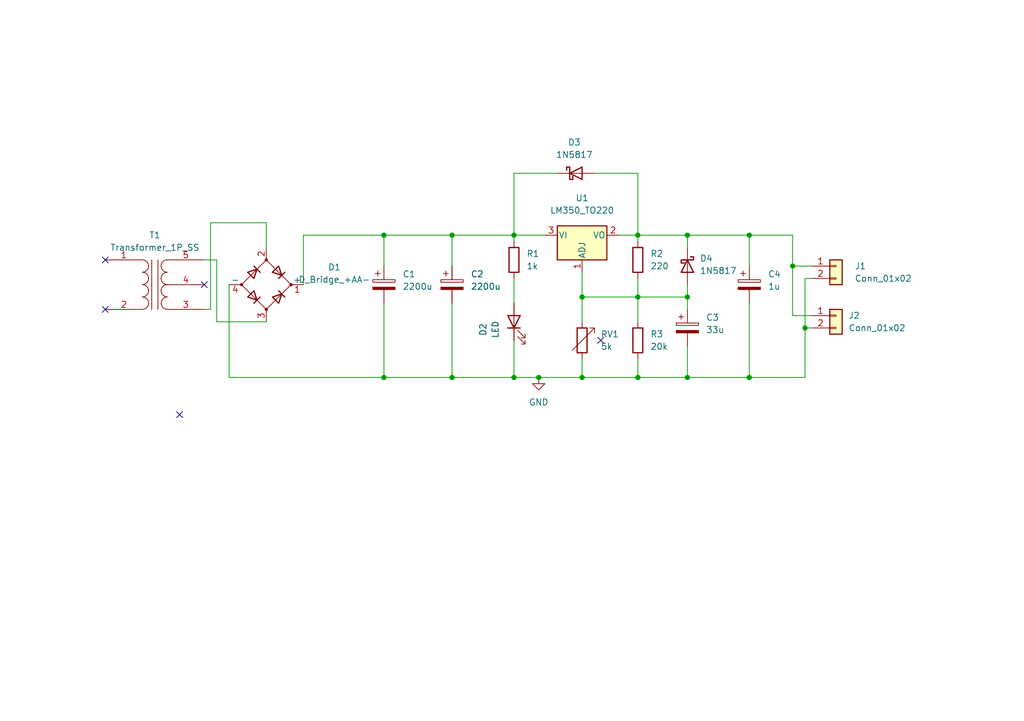
<source format=kicad_sch>
(kicad_sch (version 20211123) (generator eeschema)
  (paper "A5")
  (title_block (title "Fuente de alimentación") (date "2022-09-01") (rev "1.0") (company "Instituto Tecnológico de Costa Rica") (comment 1 "Prototipo de PCB"))
  (lib_symbols
    (symbol "Connector_Generic:Conn_01x02" (pin_names (offset 1.016) hide)
      (property "Reference" "J" (at 0 2.54 0))
      (property "Value" "Conn_01x02" (at 0 -5.08 0))
      (symbol "Conn_01x02_1_1"
        (rectangle (start -1.27 -2.413) (end 0 -2.667) (stroke (width 0.1524)))
        (rectangle (start -1.27 0.127) (end 0 -0.127) (stroke (width 0.1524)))
        (rectangle (start -1.27 1.27) (end 1.27 -3.81) (stroke (width 0.254)) (fill (type background)))
        (pin passive line (at -5.08 0 0) (length 3.81) (name "Pin_1") (number "1"))
        (pin passive line (at -5.08 -2.54 0) (length 3.81) (name "Pin_2") (number "2"))
      )
    )
    (symbol "Device:C_Polarized" (pin_numbers hide) (pin_names (offset 0.254))
      (property "Reference" "C" (at 0.635 2.54 0))
      (property "Value" "C_Polarized" (at 0.635 -2.54 0))
      (symbol "C_Polarized_0_1"
        (rectangle (start -2.286 0.508) (end 2.286 1.016))
        (polyline (pts (xy -1.778 2.286) (xy -0.762 2.286)))
        (polyline (pts (xy -1.27 2.794) (xy -1.27 1.778)))
        (rectangle (start 2.286 -0.508) (end -2.286 -1.016) (fill (type outline)))
      )
      (symbol "C_Polarized_1_1"
        (pin passive line (at 0 3.81 270) (length 2.794) (name "~") (number "1"))
        (pin passive line (at 0 -3.81 90) (length 2.794) (name "~") (number "2"))
      )
    )
    (symbol "Device:D_Bridge_+AA-" (pin_names (offset 0))
      (property "Reference" "D" (at 2.54 6.985 0))
      (property "Value" "D_Bridge_+AA-" (at 2.54 5.08 0))
      (symbol "D_Bridge_+AA-_0_1"
        (circle (center -5.08 0) (radius 0.254) (fill (type outline)))
        (circle (center 0 -5.08) (radius 0.254) (fill (type outline)))
        (polyline (pts (xy -2.54 3.81) (xy -1.27 2.54)) (stroke (width 0.254)))
        (polyline (pts (xy -1.27 -2.54) (xy -2.54 -3.81)) (stroke (width 0.254)))
        (polyline (pts (xy 2.54 -1.27) (xy 3.81 -2.54)) (stroke (width 0.254)))
        (polyline (pts (xy 2.54 1.27) (xy 3.81 2.54)) (stroke (width 0.254)))
        (polyline (pts (xy -3.81 2.54) (xy -2.54 1.27) (xy -1.905 3.175) (xy -3.81 2.54)) (stroke (width 0.254)))
        (polyline (pts (xy -2.54 -1.27) (xy -3.81 -2.54) (xy -1.905 -3.175) (xy -2.54 -1.27)) (stroke (width 0.254)))
        (polyline (pts (xy 1.27 2.54) (xy 2.54 3.81) (xy 3.175 1.905) (xy 1.27 2.54)) (stroke (width 0.254)))
        (polyline (pts (xy 3.175 -1.905) (xy 1.27 -2.54) (xy 2.54 -3.81) (xy 3.175 -1.905)) (stroke (width 0.254)))
        (polyline (pts (xy -5.08 0) (xy 0 -5.08) (xy 5.08 0) (xy 0 5.08) (xy -5.08 0)))
        (circle (center 0 5.08) (radius 0.254) (fill (type outline)))
        (circle (center 5.08 0) (radius 0.254) (fill (type outline)))
      )
      (symbol "D_Bridge_+AA-_1_1"
        (pin passive line (at 7.62 0 180) (length 2.54) (name "+") (number "1"))
        (pin passive line (at 0 7.62 270) (length 2.54) (name "~") (number "2"))
        (pin passive line (at 0 -7.62 90) (length 2.54) (name "~") (number "3"))
        (pin passive line (at -7.62 0 0) (length 2.54) (name "-") (number "4"))
      )
    )
    (symbol "Device:LED" (pin_numbers hide) (pin_names (offset 1.016) hide)
      (property "Reference" "D" (at 0 2.54 0))
      (property "Value" "LED" (at 0 -2.54 0))
      (symbol "LED_0_1"
        (polyline (pts (xy -1.27 -1.27) (xy -1.27 1.27)) (stroke (width 0.254)))
        (polyline (pts (xy -1.27 0) (xy 1.27 0)))
        (polyline (pts (xy 1.27 -1.27) (xy 1.27 1.27) (xy -1.27 0) (xy 1.27 -1.27)) (stroke (width 0.254)))
        (polyline (pts (xy -3.048 -0.762) (xy -4.572 -2.286) (xy -3.81 -2.286) (xy -4.572 -2.286) (xy -4.572 -1.524)))
        (polyline (pts (xy -1.778 -0.762) (xy -3.302 -2.286) (xy -2.54 -2.286) (xy -3.302 -2.286) (xy -3.302 -1.524)))
      )
      (symbol "LED_1_1"
        (pin passive line (at -3.81 0 0) (length 2.54) (name "K") (number "1"))
        (pin passive line (at 3.81 0 180) (length 2.54) (name "A") (number "2"))
      )
    )
    (symbol "Device:R" (pin_numbers hide) (pin_names (offset 0))
      (property "Reference" "R" (at 2.032 0 90))
      (property "Value" "R" (at 0 0 90))
      (symbol "R_0_1"
        (rectangle (start -1.016 -2.54) (end 1.016 2.54) (stroke (width 0.254)))
      )
      (symbol "R_1_1"
        (pin passive line (at 0 3.81 270) (length 1.27) (name "~") (number "1"))
        (pin passive line (at 0 -3.81 90) (length 1.27) (name "~") (number "2"))
      )
    )
    (symbol "Device:R_Variable" (pin_numbers hide) (pin_names (offset 0))
      (property "Reference" "R" (at 2.54 -2.54 90))
      (property "Value" "R_Variable" (at -2.54 -1.27 90))
      (symbol "R_Variable_0_1"
        (rectangle (start -1.016 -2.54) (end 1.016 2.54) (stroke (width 0.254)))
        (polyline (pts (xy 2.54 1.524) (xy 2.54 2.54) (xy 1.524 2.54) (xy 2.54 2.54) (xy -2.032 -2.032)))
      )
      (symbol "R_Variable_1_1"
        (pin passive line (at 0 3.81 270) (length 1.27) (name "~") (number "1"))
        (pin passive line (at 0 -3.81 90) (length 1.27) (name "~") (number "2"))
      )
    )
    (symbol "Device:Transformer_1P_SS" (pin_names (offset 1.016) hide)
      (property "Reference" "T" (at 0 6.35 0))
      (property "Value" "Transformer_1P_SS" (at 0 -7.62 0))
      (symbol "Transformer_1P_SS_0_1"
        (arc (start -2.54 -5.0546) (mid -1.6561 -4.6863) (end -1.27 -3.81))
        (arc (start -2.54 -2.5146) (mid -1.6561 -2.1463) (end -1.27 -1.27))
        (arc (start -2.54 0.0254) (mid -1.6561 0.3937) (end -1.27 1.27))
        (arc (start -2.54 2.5654) (mid -1.6561 2.9337) (end -1.27 3.81))
        (arc (start -1.27 -3.81) (mid -1.642 -2.912) (end -2.54 -2.54))
        (arc (start -1.27 -1.27) (mid -1.642 -0.372) (end -2.54 0))
        (arc (start -1.27 1.27) (mid -1.642 2.168) (end -2.54 2.54))
        (arc (start -1.27 3.81) (mid -1.642 4.708) (end -2.54 5.08))
        (polyline (pts (xy -0.635 5.08) (xy -0.635 -5.08)))
        (polyline (pts (xy 0.635 -5.08) (xy 0.635 5.08)))
        (arc (start 1.2954 -1.27) (mid 1.6599 -2.1501) (end 2.54 -2.5146))
        (arc (start 1.2954 1.27) (mid 1.6599 0.3899) (end 2.54 0.0254))
        (arc (start 1.2954 3.81) (mid 1.6599 2.9299) (end 2.54 2.5654))
        (arc (start 1.3208 -3.81) (mid 1.6853 -4.6901) (end 2.5654 -5.0546))
        (arc (start 2.54 0) (mid 1.6456 -0.3683) (end 1.2954 -1.27))
        (arc (start 2.54 2.54) (mid 1.6456 2.1717) (end 1.2954 1.27))
        (arc (start 2.54 5.08) (mid 1.6456 4.7117) (end 1.2954 3.81))
        (arc (start 2.5654 -2.54) (mid 1.671 -2.9083) (end 1.3208 -3.81))
      )
      (symbol "Transformer_1P_SS_1_1"
        (pin passive line (at -10.16 5.08 0) (length 7.62) (name "AA") (number "1"))
        (pin passive line (at -10.16 -5.08 0) (length 7.62) (name "AB") (number "2"))
        (pin passive line (at 10.16 -5.08 180) (length 7.62) (name "SA") (number "3"))
        (pin passive line (at 10.16 0 180) (length 7.62) (name "SC") (number "4"))
        (pin passive line (at 10.16 5.08 180) (length 7.62) (name "SB") (number "5"))
      )
    )
    (symbol "Diode:1N5817" (pin_numbers hide) (pin_names (offset 1.016) hide)
      (property "Reference" "D" (at 0 2.54 0))
      (property "Value" "1N5817" (at 0 -2.54 0))
      (symbol "1N5817_0_1"
        (polyline (pts (xy 1.27 0) (xy -1.27 0)))
        (polyline (pts (xy 1.27 1.27) (xy 1.27 -1.27) (xy -1.27 0) (xy 1.27 1.27)) (stroke (width 0.254)))
        (polyline (pts (xy -1.905 0.635) (xy -1.905 1.27) (xy -1.27 1.27) (xy -1.27 -1.27) (xy -0.635 -1.27) (xy -0.635 -0.635)) (stroke (width 0.254)))
      )
      (symbol "1N5817_1_1"
        (pin passive line (at -3.81 0 0) (length 2.54) (name "K") (number "1"))
        (pin passive line (at 3.81 0 180) (length 2.54) (name "A") (number "2"))
      )
    )
    (symbol "Regulator_Linear:LM350_TO220" (pin_names (offset 0.254))
      (property "Reference" "U" (at -3.81 3.175 0))
      (property "Value" "LM350_TO220" (at 0 3.175 0))
      (symbol "LM350_TO220_0_1"
        (rectangle (start -5.08 1.905) (end 5.08 -5.08) (stroke (width 0.254)) (fill (type background)))
      )
      (symbol "LM350_TO220_1_1"
        (pin input line (at 0 -7.62 90) (length 2.54) (name "ADJ") (number "1"))
        (pin power_out line (at 7.62 0 180) (length 2.54) (name "VO") (number "2"))
        (pin power_in line (at -7.62 0 0) (length 2.54) (name "VI") (number "3"))
      )
    )
    (symbol "power:GND" (power) (pin_names (offset 0))
      (property "Value" "GND" (at 0 -3.81 0))
      (symbol "GND_0_1"
        (polyline (pts (xy 0 0) (xy 0 -1.27) (xy 1.27 -1.27) (xy 0 -2.54) (xy -1.27 -1.27) (xy 0 -1.27)))
      )
      (symbol "GND_1_1"
        (pin power_in line (at 0 0 270) (length 0) hide (name "GND") (number "1"))
      )
    )
  )
  (junction (at 119.38 60.96))
  (junction (at 153.67 77.47))
  (junction (at 92.71 77.47))
  (junction (at 130.81 77.47))
  (junction (at 119.38 77.47))
  (junction (at 153.67 48.26))
  (junction (at 78.74 48.26))
  (junction (at 105.41 48.26))
  (junction (at 140.97 60.96))
  (junction (at 105.41 77.47))
  (junction (at 140.97 77.47))
  (junction (at 165.1 67.31))
  (junction (at 130.81 48.26))
  (junction (at 140.97 48.26))
  (junction (at 162.56 54.61))
  (junction (at 130.81 60.96))
  (junction (at 110.49 77.47))
  (junction (at 78.74 77.47))
  (junction (at 92.71 48.26))
  (no_connect (at 21.59 53.34))
  (no_connect (at 21.59 63.5))
  (no_connect (at 123.19 69.85))
  (no_connect (at 41.91 58.42))
  (no_connect (at 36.83 85.09))
  (wire (pts (xy 119.38 60.96) (xy 119.38 66.04)))
  (wire (pts (xy 165.1 57.15) (xy 165.1 67.31)))
  (wire (pts (xy 119.38 55.88) (xy 119.38 60.96)))
  (wire (pts (xy 130.81 48.26) (xy 140.97 48.26)))
  (wire (pts (xy 105.41 35.56) (xy 114.3 35.56)))
  (wire (pts (xy 140.97 58.42) (xy 140.97 60.96)))
  (wire (pts (xy 119.38 77.47) (xy 130.81 77.47)))
  (wire (pts (xy 153.67 77.47) (xy 165.1 77.47)))
  (wire (pts (xy 44.45 53.34) (xy 41.91 53.34)))
  (wire (pts (xy 119.38 73.66) (xy 119.38 77.47)))
  (wire (pts (xy 165.1 67.31) (xy 166.37 67.31)))
  (wire (pts (xy 153.67 48.26) (xy 153.67 54.61)))
  (wire (pts (xy 92.71 48.26) (xy 92.71 54.61)))
  (wire (pts (xy 130.81 57.15) (xy 130.81 60.96)))
  (wire (pts (xy 105.41 57.15) (xy 105.41 62.23)))
  (wire (pts (xy 166.37 57.15) (xy 165.1 57.15)))
  (wire (pts (xy 78.74 48.26) (xy 92.71 48.26)))
  (wire (pts (xy 62.23 58.42) (xy 62.23 48.26)))
  (wire (pts (xy 121.92 35.56) (xy 130.81 35.56)))
  (wire (pts (xy 43.18 63.5) (xy 41.91 63.5)))
  (wire (pts (xy 105.41 77.47) (xy 110.49 77.47)))
  (wire (pts (xy 130.81 73.66) (xy 130.81 77.47)))
  (wire (pts (xy 165.1 77.47) (xy 165.1 67.31)))
  (wire (pts (xy 140.97 77.47) (xy 153.67 77.47)))
  (wire (pts (xy 78.74 48.26) (xy 78.74 54.61)))
  (wire (pts (xy 140.97 60.96) (xy 140.97 63.5)))
  (wire (pts (xy 105.41 69.85) (xy 105.41 77.47)))
  (wire (pts (xy 140.97 71.12) (xy 140.97 77.47)))
  (wire (pts (xy 105.41 35.56) (xy 105.41 48.26)))
  (wire (pts (xy 92.71 62.23) (xy 92.71 77.47)))
  (wire (pts (xy 54.61 45.72) (xy 43.18 45.72)))
  (wire (pts (xy 46.99 77.47) (xy 78.74 77.47)))
  (wire (pts (xy 162.56 54.61) (xy 166.37 54.61)))
  (wire (pts (xy 130.81 77.47) (xy 140.97 77.47)))
  (wire (pts (xy 130.81 60.96) (xy 130.81 66.04)))
  (wire (pts (xy 92.71 48.26) (xy 105.41 48.26)))
  (wire (pts (xy 153.67 77.47) (xy 153.67 62.23)))
  (wire (pts (xy 110.49 77.47) (xy 119.38 77.47)))
  (wire (pts (xy 127 48.26) (xy 130.81 48.26)))
  (wire (pts (xy 44.45 66.04) (xy 44.45 53.34)))
  (wire (pts (xy 43.18 45.72) (xy 43.18 63.5)))
  (wire (pts (xy 105.41 48.26) (xy 105.41 49.53)))
  (wire (pts (xy 130.81 48.26) (xy 130.81 49.53)))
  (wire (pts (xy 162.56 48.26) (xy 153.67 48.26)))
  (wire (pts (xy 54.61 45.72) (xy 54.61 50.8)))
  (wire (pts (xy 78.74 62.23) (xy 78.74 77.47)))
  (wire (pts (xy 46.99 58.42) (xy 46.99 77.47)))
  (wire (pts (xy 130.81 60.96) (xy 140.97 60.96)))
  (wire (pts (xy 140.97 48.26) (xy 140.97 50.8)))
  (wire (pts (xy 166.37 64.77) (xy 162.56 64.77)))
  (wire (pts (xy 54.61 66.04) (xy 44.45 66.04)))
  (wire (pts (xy 130.81 35.56) (xy 130.81 48.26)))
  (wire (pts (xy 119.38 60.96) (xy 130.81 60.96)))
  (wire (pts (xy 162.56 48.26) (xy 162.56 54.61)))
  (wire (pts (xy 78.74 77.47) (xy 92.71 77.47)))
  (wire (pts (xy 62.23 48.26) (xy 78.74 48.26)))
  (wire (pts (xy 92.71 77.47) (xy 105.41 77.47)))
  (wire (pts (xy 105.41 48.26) (xy 111.76 48.26)))
  (wire (pts (xy 140.97 48.26) (xy 153.67 48.26)))
  (wire (pts (xy 162.56 64.77) (xy 162.56 54.61)))
  (symbol (lib_id "Diode:1N5817") (at 118.11 35.56 0) (unit 1)
    (property "Reference" "D3" (at 117.7925 29.21 0))
    (property "Value" "1N5817" (at 117.7925 31.75 0))
    (property "Footprint" "Diode_THT:D_DO-41_SOD81_P10.16mm_Horizontal" (effects hide))
    (property "Datasheet" "http://www.vishay.com/docs/88525/1n5817.pdf" (effects hide))
  )
  (symbol (lib_id "Device:R") (at 105.41 53.34 0) (unit 1)
    (property "Reference" "R1" (at 107.95 52.0699 0) (effects (justify left)))
    (property "Value" "1k" (at 107.95 54.6099 0) (effects (justify left)))
    (property "Footprint" "Resistor_THT:R_Axial_DIN0207_L6.3mm_D2.5mm_P10.16mm_Horizontal" (effects hide))
  )
  (symbol (lib_id "Connector_Generic:Conn_01x02") (at 171.45 64.77 0) (unit 1)
    (property "Reference" "J2" (at 173.99 64.7699 0) (effects (justify left)))
    (property "Value" "Conn_01x02" (at 173.99 67.3099 0) (effects (justify left)))
    (property "Footprint" "TerminalBlock:TerminalBlock_bornier-2_P5.08mm" (effects hide))
  )
  (symbol (lib_id "Device:C_Polarized") (at 92.71 58.42 0) (unit 1)
    (property "Reference" "C2" (at 96.52 56.2609 0) (effects (justify left)))
    (property "Value" "2200u" (at 96.52 58.8009 0) (effects (justify left)))
    (property "Footprint" "Capacitor_THT:CP_Radial_D5.0mm_P2.50mm" (effects hide))
  )
  (symbol (lib_id "Device:R") (at 130.81 69.85 0) (unit 1)
    (property "Reference" "R3" (at 133.35 68.5799 0) (effects (justify left)))
    (property "Value" "20k" (at 133.35 71.1199 0) (effects (justify left)))
    (property "Footprint" "Resistor_THT:R_Axial_DIN0207_L6.3mm_D2.5mm_P10.16mm_Horizontal" (effects hide))
  )
  (symbol (lib_id "Device:D_Bridge_+AA-") (at 54.61 58.42 0) (unit 1)
    (property "Reference" "D1" (at 68.58 54.8386 0))
    (property "Value" "D_Bridge_+AA-" (at 68.58 57.3786 0))
    (property "Footprint" "Diode_THT:Diode_Bridge_19.0x3.5x10.0mm_P5.0mm" (effects hide))
  )
  (symbol (lib_id "Device:C_Polarized") (at 153.67 58.42 0) (unit 1)
    (property "Reference" "C4" (at 157.48 56.2609 0) (effects (justify left)))
    (property "Value" "1u" (at 157.48 58.8009 0) (effects (justify left)))
    (property "Footprint" "Capacitor_THT:CP_Radial_D5.0mm_P2.50mm" (effects hide))
  )
  (symbol (lib_id "Device:Transformer_1P_SS") (at 31.75 58.42 0) (unit 1)
    (property "Reference" "T1" (at 31.7627 48.26 0))
    (property "Value" "Transformer_1P_SS" (at 31.7627 50.8 0))
    (property "Footprint" "Transformer_THT:Autotransformer_Toroid_1Tap_Horizontal_D14.0mm_Amidon-T50" (effects hide))
  )
  (symbol (lib_id "Device:C_Polarized") (at 140.97 67.31 0) (unit 1)
    (property "Reference" "C3" (at 144.78 65.1509 0) (effects (justify left)))
    (property "Value" "33u" (at 144.78 67.6909 0) (effects (justify left)))
    (property "Footprint" "Capacitor_THT:CP_Radial_D5.0mm_P2.50mm" (effects hide))
  )
  (symbol (lib_id "Device:C_Polarized") (at 78.74 58.42 0) (unit 1)
    (property "Reference" "C1" (at 82.55 56.2609 0) (effects (justify left)))
    (property "Value" "2200u" (at 82.55 58.8009 0) (effects (justify left)))
    (property "Footprint" "Capacitor_THT:CP_Radial_D5.0mm_P2.50mm" (effects hide))
  )
  (symbol (lib_id "Device:LED") (at 105.41 66.04 90) (unit 1)
    (property "Reference" "D2" (at 99.06 67.6275 0))
    (property "Value" "LED" (at 101.6 67.6275 0))
    (property "Footprint" "Diode_THT:D_A-405_P5.08mm_Vertical_AnodeUp" (effects hide))
  )
  (symbol (lib_id "Device:R_Variable") (at 119.38 69.85 0) (unit 1)
    (property "Reference" "RV1" (at 123.19 68.5799 0) (effects (justify left)))
    (property "Value" "5k" (at 123.19 71.1199 0) (effects (justify left)))
    (property "Footprint" "Potentiometer_THT:Potentiometer_Alps_RK163_Single_Horizontal" (effects hide))
  )
  (symbol (lib_id "Diode:1N5817") (at 140.97 54.61 270) (unit 1)
    (property "Reference" "D4" (at 143.51 53.0224 90) (effects (justify left)))
    (property "Value" "1N5817" (at 143.51 55.5624 90) (effects (justify left)))
    (property "Footprint" "Diode_THT:D_DO-41_SOD81_P10.16mm_Horizontal" (effects hide))
    (property "Datasheet" "http://www.vishay.com/docs/88525/1n5817.pdf" (effects hide))
  )
  (symbol (lib_id "Regulator_Linear:LM350_TO220") (at 119.38 48.26 0) (unit 1)
    (property "Reference" "U1" (at 119.38 40.64 0))
    (property "Value" "LM350_TO220" (at 119.38 43.18 0))
    (property "Footprint" "Package_SIP:SIP3_11.6x8.5mm" (effects hide))
    (property "Datasheet" "https://www.onsemi.com/pub/Collateral/LM350-D.pdf" (effects hide))
  )
  (symbol (lib_id "Device:R") (at 130.81 53.34 0) (unit 1)
    (property "Reference" "R2" (at 133.35 52.0699 0) (effects (justify left)))
    (property "Value" "220" (at 133.35 54.6099 0) (effects (justify left)))
    (property "Footprint" "Resistor_THT:R_Axial_DIN0207_L6.3mm_D2.5mm_P10.16mm_Horizontal" (effects hide))
  )
  (symbol (lib_id "Connector_Generic:Conn_01x02") (at 171.45 54.61 0) (unit 1)
    (property "Reference" "J1" (at 175.26 54.6099 0) (effects (justify left)))
    (property "Value" "Conn_01x02" (at 175.26 57.1499 0) (effects (justify left)))
    (property "Footprint" "TerminalBlock:TerminalBlock_bornier-2_P5.08mm" (effects hide))
  )
  (symbol (lib_id "power:GND") (at 110.49 77.47 0) (unit 1)
    (property "Reference" "#PWR01" (effects hide))
    (property "Value" "GND" (at 110.49 82.55 0))
  )
)
</source>
